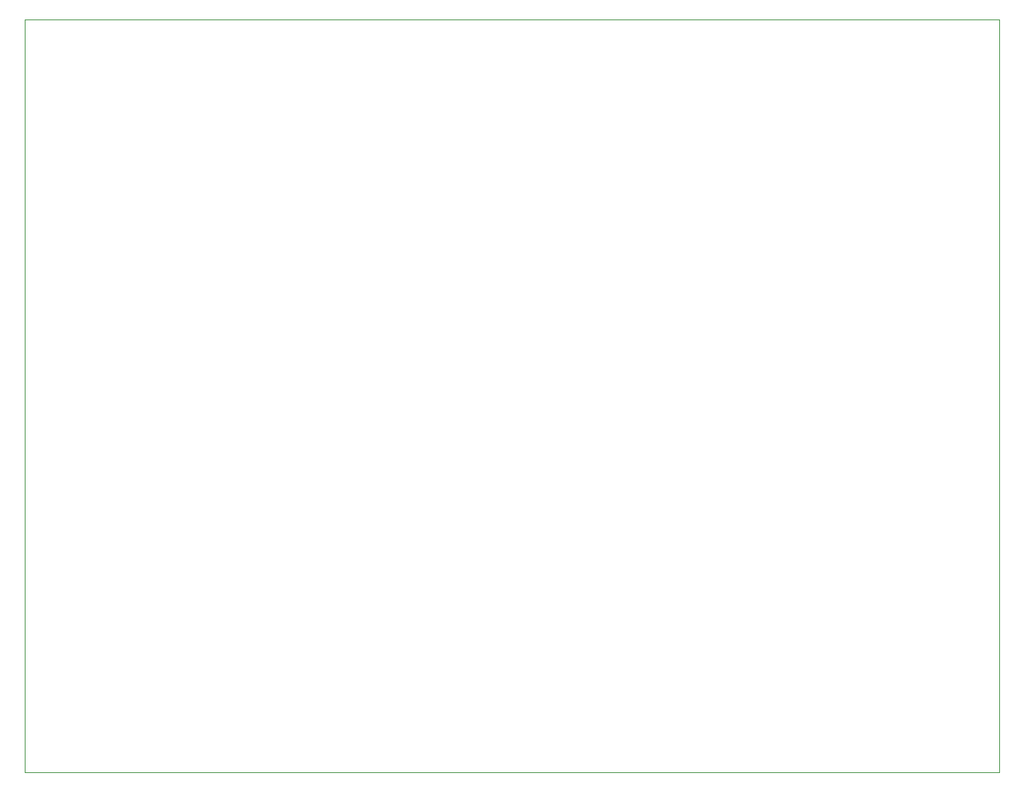
<source format=gbr>
%TF.GenerationSoftware,KiCad,Pcbnew,8.0.3*%
%TF.CreationDate,2024-07-16T20:51:18-07:00*%
%TF.ProjectId,pcb_test,7063625f-7465-4737-942e-6b696361645f,rev?*%
%TF.SameCoordinates,Original*%
%TF.FileFunction,Profile,NP*%
%FSLAX46Y46*%
G04 Gerber Fmt 4.6, Leading zero omitted, Abs format (unit mm)*
G04 Created by KiCad (PCBNEW 8.0.3) date 2024-07-16 20:51:18*
%MOMM*%
%LPD*%
G01*
G04 APERTURE LIST*
%TA.AperFunction,Profile*%
%ADD10C,0.050000*%
%TD*%
G04 APERTURE END LIST*
D10*
X18000000Y-16000000D02*
X128000000Y-16000000D01*
X128000000Y-101000000D01*
X18000000Y-101000000D01*
X18000000Y-16000000D01*
M02*

</source>
